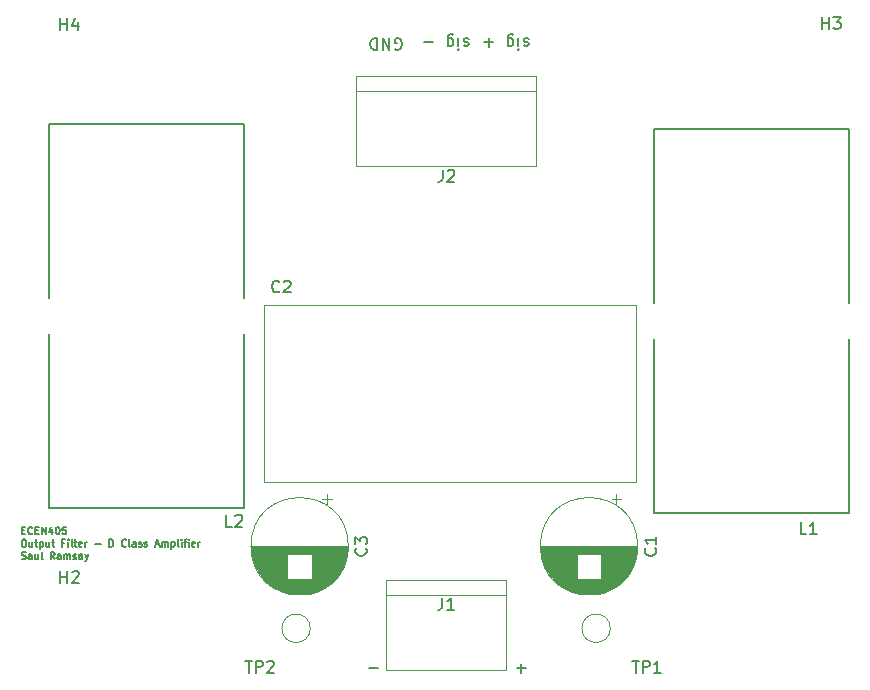
<source format=gto>
G04 #@! TF.GenerationSoftware,KiCad,Pcbnew,5.1.10*
G04 #@! TF.CreationDate,2021-08-16T10:49:45+12:00*
G04 #@! TF.ProjectId,Output,4f757470-7574-42e6-9b69-6361645f7063,rev?*
G04 #@! TF.SameCoordinates,Original*
G04 #@! TF.FileFunction,Legend,Top*
G04 #@! TF.FilePolarity,Positive*
%FSLAX46Y46*%
G04 Gerber Fmt 4.6, Leading zero omitted, Abs format (unit mm)*
G04 Created by KiCad (PCBNEW 5.1.10) date 2021-08-16 10:49:45*
%MOMM*%
%LPD*%
G01*
G04 APERTURE LIST*
%ADD10C,0.150000*%
%ADD11C,0.120000*%
%ADD12C,0.127000*%
%ADD13C,2.000000*%
%ADD14C,1.905000*%
%ADD15C,5.700000*%
%ADD16C,3.000000*%
%ADD17R,3.000000X3.000000*%
%ADD18C,1.600000*%
%ADD19R,1.600000X1.600000*%
G04 APERTURE END LIST*
D10*
X116490357Y-115407142D02*
X116690357Y-115407142D01*
X116776071Y-115721428D02*
X116490357Y-115721428D01*
X116490357Y-115121428D01*
X116776071Y-115121428D01*
X117376071Y-115664285D02*
X117347500Y-115692857D01*
X117261785Y-115721428D01*
X117204642Y-115721428D01*
X117118928Y-115692857D01*
X117061785Y-115635714D01*
X117033214Y-115578571D01*
X117004642Y-115464285D01*
X117004642Y-115378571D01*
X117033214Y-115264285D01*
X117061785Y-115207142D01*
X117118928Y-115150000D01*
X117204642Y-115121428D01*
X117261785Y-115121428D01*
X117347500Y-115150000D01*
X117376071Y-115178571D01*
X117633214Y-115407142D02*
X117833214Y-115407142D01*
X117918928Y-115721428D02*
X117633214Y-115721428D01*
X117633214Y-115121428D01*
X117918928Y-115121428D01*
X118176071Y-115721428D02*
X118176071Y-115121428D01*
X118518928Y-115721428D01*
X118518928Y-115121428D01*
X119061785Y-115321428D02*
X119061785Y-115721428D01*
X118918928Y-115092857D02*
X118776071Y-115521428D01*
X119147500Y-115521428D01*
X119490357Y-115121428D02*
X119547500Y-115121428D01*
X119604642Y-115150000D01*
X119633214Y-115178571D01*
X119661785Y-115235714D01*
X119690357Y-115350000D01*
X119690357Y-115492857D01*
X119661785Y-115607142D01*
X119633214Y-115664285D01*
X119604642Y-115692857D01*
X119547500Y-115721428D01*
X119490357Y-115721428D01*
X119433214Y-115692857D01*
X119404642Y-115664285D01*
X119376071Y-115607142D01*
X119347500Y-115492857D01*
X119347500Y-115350000D01*
X119376071Y-115235714D01*
X119404642Y-115178571D01*
X119433214Y-115150000D01*
X119490357Y-115121428D01*
X120233214Y-115121428D02*
X119947500Y-115121428D01*
X119918928Y-115407142D01*
X119947500Y-115378571D01*
X120004642Y-115350000D01*
X120147500Y-115350000D01*
X120204642Y-115378571D01*
X120233214Y-115407142D01*
X120261785Y-115464285D01*
X120261785Y-115607142D01*
X120233214Y-115664285D01*
X120204642Y-115692857D01*
X120147500Y-115721428D01*
X120004642Y-115721428D01*
X119947500Y-115692857D01*
X119918928Y-115664285D01*
X116604642Y-116171428D02*
X116718928Y-116171428D01*
X116776071Y-116200000D01*
X116833214Y-116257142D01*
X116861785Y-116371428D01*
X116861785Y-116571428D01*
X116833214Y-116685714D01*
X116776071Y-116742857D01*
X116718928Y-116771428D01*
X116604642Y-116771428D01*
X116547500Y-116742857D01*
X116490357Y-116685714D01*
X116461785Y-116571428D01*
X116461785Y-116371428D01*
X116490357Y-116257142D01*
X116547500Y-116200000D01*
X116604642Y-116171428D01*
X117376071Y-116371428D02*
X117376071Y-116771428D01*
X117118928Y-116371428D02*
X117118928Y-116685714D01*
X117147500Y-116742857D01*
X117204642Y-116771428D01*
X117290357Y-116771428D01*
X117347500Y-116742857D01*
X117376071Y-116714285D01*
X117576071Y-116371428D02*
X117804642Y-116371428D01*
X117661785Y-116171428D02*
X117661785Y-116685714D01*
X117690357Y-116742857D01*
X117747500Y-116771428D01*
X117804642Y-116771428D01*
X118004642Y-116371428D02*
X118004642Y-116971428D01*
X118004642Y-116400000D02*
X118061785Y-116371428D01*
X118176071Y-116371428D01*
X118233214Y-116400000D01*
X118261785Y-116428571D01*
X118290357Y-116485714D01*
X118290357Y-116657142D01*
X118261785Y-116714285D01*
X118233214Y-116742857D01*
X118176071Y-116771428D01*
X118061785Y-116771428D01*
X118004642Y-116742857D01*
X118804642Y-116371428D02*
X118804642Y-116771428D01*
X118547500Y-116371428D02*
X118547500Y-116685714D01*
X118576071Y-116742857D01*
X118633214Y-116771428D01*
X118718928Y-116771428D01*
X118776071Y-116742857D01*
X118804642Y-116714285D01*
X119004642Y-116371428D02*
X119233214Y-116371428D01*
X119090357Y-116171428D02*
X119090357Y-116685714D01*
X119118928Y-116742857D01*
X119176071Y-116771428D01*
X119233214Y-116771428D01*
X120090357Y-116457142D02*
X119890357Y-116457142D01*
X119890357Y-116771428D02*
X119890357Y-116171428D01*
X120176071Y-116171428D01*
X120404642Y-116771428D02*
X120404642Y-116371428D01*
X120404642Y-116171428D02*
X120376071Y-116200000D01*
X120404642Y-116228571D01*
X120433214Y-116200000D01*
X120404642Y-116171428D01*
X120404642Y-116228571D01*
X120776071Y-116771428D02*
X120718928Y-116742857D01*
X120690357Y-116685714D01*
X120690357Y-116171428D01*
X120918928Y-116371428D02*
X121147500Y-116371428D01*
X121004642Y-116171428D02*
X121004642Y-116685714D01*
X121033214Y-116742857D01*
X121090357Y-116771428D01*
X121147500Y-116771428D01*
X121576071Y-116742857D02*
X121518928Y-116771428D01*
X121404642Y-116771428D01*
X121347500Y-116742857D01*
X121318928Y-116685714D01*
X121318928Y-116457142D01*
X121347500Y-116400000D01*
X121404642Y-116371428D01*
X121518928Y-116371428D01*
X121576071Y-116400000D01*
X121604642Y-116457142D01*
X121604642Y-116514285D01*
X121318928Y-116571428D01*
X121861785Y-116771428D02*
X121861785Y-116371428D01*
X121861785Y-116485714D02*
X121890357Y-116428571D01*
X121918928Y-116400000D01*
X121976071Y-116371428D01*
X122033214Y-116371428D01*
X122690357Y-116542857D02*
X123147500Y-116542857D01*
X123890357Y-116771428D02*
X123890357Y-116171428D01*
X124033214Y-116171428D01*
X124118928Y-116200000D01*
X124176071Y-116257142D01*
X124204642Y-116314285D01*
X124233214Y-116428571D01*
X124233214Y-116514285D01*
X124204642Y-116628571D01*
X124176071Y-116685714D01*
X124118928Y-116742857D01*
X124033214Y-116771428D01*
X123890357Y-116771428D01*
X125290357Y-116714285D02*
X125261785Y-116742857D01*
X125176071Y-116771428D01*
X125118928Y-116771428D01*
X125033214Y-116742857D01*
X124976071Y-116685714D01*
X124947500Y-116628571D01*
X124918928Y-116514285D01*
X124918928Y-116428571D01*
X124947500Y-116314285D01*
X124976071Y-116257142D01*
X125033214Y-116200000D01*
X125118928Y-116171428D01*
X125176071Y-116171428D01*
X125261785Y-116200000D01*
X125290357Y-116228571D01*
X125633214Y-116771428D02*
X125576071Y-116742857D01*
X125547500Y-116685714D01*
X125547500Y-116171428D01*
X126118928Y-116771428D02*
X126118928Y-116457142D01*
X126090357Y-116400000D01*
X126033214Y-116371428D01*
X125918928Y-116371428D01*
X125861785Y-116400000D01*
X126118928Y-116742857D02*
X126061785Y-116771428D01*
X125918928Y-116771428D01*
X125861785Y-116742857D01*
X125833214Y-116685714D01*
X125833214Y-116628571D01*
X125861785Y-116571428D01*
X125918928Y-116542857D01*
X126061785Y-116542857D01*
X126118928Y-116514285D01*
X126376071Y-116742857D02*
X126433214Y-116771428D01*
X126547500Y-116771428D01*
X126604642Y-116742857D01*
X126633214Y-116685714D01*
X126633214Y-116657142D01*
X126604642Y-116600000D01*
X126547500Y-116571428D01*
X126461785Y-116571428D01*
X126404642Y-116542857D01*
X126376071Y-116485714D01*
X126376071Y-116457142D01*
X126404642Y-116400000D01*
X126461785Y-116371428D01*
X126547500Y-116371428D01*
X126604642Y-116400000D01*
X126861785Y-116742857D02*
X126918928Y-116771428D01*
X127033214Y-116771428D01*
X127090357Y-116742857D01*
X127118928Y-116685714D01*
X127118928Y-116657142D01*
X127090357Y-116600000D01*
X127033214Y-116571428D01*
X126947500Y-116571428D01*
X126890357Y-116542857D01*
X126861785Y-116485714D01*
X126861785Y-116457142D01*
X126890357Y-116400000D01*
X126947500Y-116371428D01*
X127033214Y-116371428D01*
X127090357Y-116400000D01*
X127804642Y-116600000D02*
X128090357Y-116600000D01*
X127747500Y-116771428D02*
X127947500Y-116171428D01*
X128147500Y-116771428D01*
X128347500Y-116771428D02*
X128347500Y-116371428D01*
X128347500Y-116428571D02*
X128376071Y-116400000D01*
X128433214Y-116371428D01*
X128518928Y-116371428D01*
X128576071Y-116400000D01*
X128604642Y-116457142D01*
X128604642Y-116771428D01*
X128604642Y-116457142D02*
X128633214Y-116400000D01*
X128690357Y-116371428D01*
X128776071Y-116371428D01*
X128833214Y-116400000D01*
X128861785Y-116457142D01*
X128861785Y-116771428D01*
X129147500Y-116371428D02*
X129147500Y-116971428D01*
X129147500Y-116400000D02*
X129204642Y-116371428D01*
X129318928Y-116371428D01*
X129376071Y-116400000D01*
X129404642Y-116428571D01*
X129433214Y-116485714D01*
X129433214Y-116657142D01*
X129404642Y-116714285D01*
X129376071Y-116742857D01*
X129318928Y-116771428D01*
X129204642Y-116771428D01*
X129147500Y-116742857D01*
X129776071Y-116771428D02*
X129718928Y-116742857D01*
X129690357Y-116685714D01*
X129690357Y-116171428D01*
X130004642Y-116771428D02*
X130004642Y-116371428D01*
X130004642Y-116171428D02*
X129976071Y-116200000D01*
X130004642Y-116228571D01*
X130033214Y-116200000D01*
X130004642Y-116171428D01*
X130004642Y-116228571D01*
X130204642Y-116371428D02*
X130433214Y-116371428D01*
X130290357Y-116771428D02*
X130290357Y-116257142D01*
X130318928Y-116200000D01*
X130376071Y-116171428D01*
X130433214Y-116171428D01*
X130633214Y-116771428D02*
X130633214Y-116371428D01*
X130633214Y-116171428D02*
X130604642Y-116200000D01*
X130633214Y-116228571D01*
X130661785Y-116200000D01*
X130633214Y-116171428D01*
X130633214Y-116228571D01*
X131147500Y-116742857D02*
X131090357Y-116771428D01*
X130976071Y-116771428D01*
X130918928Y-116742857D01*
X130890357Y-116685714D01*
X130890357Y-116457142D01*
X130918928Y-116400000D01*
X130976071Y-116371428D01*
X131090357Y-116371428D01*
X131147500Y-116400000D01*
X131176071Y-116457142D01*
X131176071Y-116514285D01*
X130890357Y-116571428D01*
X131433214Y-116771428D02*
X131433214Y-116371428D01*
X131433214Y-116485714D02*
X131461785Y-116428571D01*
X131490357Y-116400000D01*
X131547500Y-116371428D01*
X131604642Y-116371428D01*
X116461785Y-117792857D02*
X116547500Y-117821428D01*
X116690357Y-117821428D01*
X116747500Y-117792857D01*
X116776071Y-117764285D01*
X116804642Y-117707142D01*
X116804642Y-117650000D01*
X116776071Y-117592857D01*
X116747500Y-117564285D01*
X116690357Y-117535714D01*
X116576071Y-117507142D01*
X116518928Y-117478571D01*
X116490357Y-117450000D01*
X116461785Y-117392857D01*
X116461785Y-117335714D01*
X116490357Y-117278571D01*
X116518928Y-117250000D01*
X116576071Y-117221428D01*
X116718928Y-117221428D01*
X116804642Y-117250000D01*
X117318928Y-117821428D02*
X117318928Y-117507142D01*
X117290357Y-117450000D01*
X117233214Y-117421428D01*
X117118928Y-117421428D01*
X117061785Y-117450000D01*
X117318928Y-117792857D02*
X117261785Y-117821428D01*
X117118928Y-117821428D01*
X117061785Y-117792857D01*
X117033214Y-117735714D01*
X117033214Y-117678571D01*
X117061785Y-117621428D01*
X117118928Y-117592857D01*
X117261785Y-117592857D01*
X117318928Y-117564285D01*
X117861785Y-117421428D02*
X117861785Y-117821428D01*
X117604642Y-117421428D02*
X117604642Y-117735714D01*
X117633214Y-117792857D01*
X117690357Y-117821428D01*
X117776071Y-117821428D01*
X117833214Y-117792857D01*
X117861785Y-117764285D01*
X118233214Y-117821428D02*
X118176071Y-117792857D01*
X118147500Y-117735714D01*
X118147500Y-117221428D01*
X119261785Y-117821428D02*
X119061785Y-117535714D01*
X118918928Y-117821428D02*
X118918928Y-117221428D01*
X119147500Y-117221428D01*
X119204642Y-117250000D01*
X119233214Y-117278571D01*
X119261785Y-117335714D01*
X119261785Y-117421428D01*
X119233214Y-117478571D01*
X119204642Y-117507142D01*
X119147500Y-117535714D01*
X118918928Y-117535714D01*
X119776071Y-117821428D02*
X119776071Y-117507142D01*
X119747500Y-117450000D01*
X119690357Y-117421428D01*
X119576071Y-117421428D01*
X119518928Y-117450000D01*
X119776071Y-117792857D02*
X119718928Y-117821428D01*
X119576071Y-117821428D01*
X119518928Y-117792857D01*
X119490357Y-117735714D01*
X119490357Y-117678571D01*
X119518928Y-117621428D01*
X119576071Y-117592857D01*
X119718928Y-117592857D01*
X119776071Y-117564285D01*
X120061785Y-117821428D02*
X120061785Y-117421428D01*
X120061785Y-117478571D02*
X120090357Y-117450000D01*
X120147500Y-117421428D01*
X120233214Y-117421428D01*
X120290357Y-117450000D01*
X120318928Y-117507142D01*
X120318928Y-117821428D01*
X120318928Y-117507142D02*
X120347500Y-117450000D01*
X120404642Y-117421428D01*
X120490357Y-117421428D01*
X120547500Y-117450000D01*
X120576071Y-117507142D01*
X120576071Y-117821428D01*
X120833214Y-117792857D02*
X120890357Y-117821428D01*
X121004642Y-117821428D01*
X121061785Y-117792857D01*
X121090357Y-117735714D01*
X121090357Y-117707142D01*
X121061785Y-117650000D01*
X121004642Y-117621428D01*
X120918928Y-117621428D01*
X120861785Y-117592857D01*
X120833214Y-117535714D01*
X120833214Y-117507142D01*
X120861785Y-117450000D01*
X120918928Y-117421428D01*
X121004642Y-117421428D01*
X121061785Y-117450000D01*
X121604642Y-117821428D02*
X121604642Y-117507142D01*
X121576071Y-117450000D01*
X121518928Y-117421428D01*
X121404642Y-117421428D01*
X121347500Y-117450000D01*
X121604642Y-117792857D02*
X121547500Y-117821428D01*
X121404642Y-117821428D01*
X121347500Y-117792857D01*
X121318928Y-117735714D01*
X121318928Y-117678571D01*
X121347500Y-117621428D01*
X121404642Y-117592857D01*
X121547500Y-117592857D01*
X121604642Y-117564285D01*
X121833214Y-117421428D02*
X121976071Y-117821428D01*
X122118928Y-117421428D02*
X121976071Y-117821428D01*
X121918928Y-117964285D01*
X121890357Y-117992857D01*
X121833214Y-118021428D01*
X148081904Y-74668000D02*
X148177142Y-74715619D01*
X148320000Y-74715619D01*
X148462857Y-74668000D01*
X148558095Y-74572761D01*
X148605714Y-74477523D01*
X148653333Y-74287047D01*
X148653333Y-74144190D01*
X148605714Y-73953714D01*
X148558095Y-73858476D01*
X148462857Y-73763238D01*
X148320000Y-73715619D01*
X148224761Y-73715619D01*
X148081904Y-73763238D01*
X148034285Y-73810857D01*
X148034285Y-74144190D01*
X148224761Y-74144190D01*
X147605714Y-73715619D02*
X147605714Y-74715619D01*
X147034285Y-73715619D01*
X147034285Y-74715619D01*
X146558095Y-73715619D02*
X146558095Y-74715619D01*
X146320000Y-74715619D01*
X146177142Y-74668000D01*
X146081904Y-74572761D01*
X146034285Y-74477523D01*
X145986666Y-74287047D01*
X145986666Y-74144190D01*
X146034285Y-73953714D01*
X146081904Y-73858476D01*
X146177142Y-73763238D01*
X146320000Y-73715619D01*
X146558095Y-73715619D01*
X154304761Y-73763238D02*
X154209523Y-73715619D01*
X154019047Y-73715619D01*
X153923809Y-73763238D01*
X153876190Y-73858476D01*
X153876190Y-73906095D01*
X153923809Y-74001333D01*
X154019047Y-74048952D01*
X154161904Y-74048952D01*
X154257142Y-74096571D01*
X154304761Y-74191809D01*
X154304761Y-74239428D01*
X154257142Y-74334666D01*
X154161904Y-74382285D01*
X154019047Y-74382285D01*
X153923809Y-74334666D01*
X153447619Y-73715619D02*
X153447619Y-74382285D01*
X153447619Y-74715619D02*
X153495238Y-74668000D01*
X153447619Y-74620380D01*
X153400000Y-74668000D01*
X153447619Y-74715619D01*
X153447619Y-74620380D01*
X152542857Y-74382285D02*
X152542857Y-73572761D01*
X152590476Y-73477523D01*
X152638095Y-73429904D01*
X152733333Y-73382285D01*
X152876190Y-73382285D01*
X152971428Y-73429904D01*
X152542857Y-73763238D02*
X152638095Y-73715619D01*
X152828571Y-73715619D01*
X152923809Y-73763238D01*
X152971428Y-73810857D01*
X153019047Y-73906095D01*
X153019047Y-74191809D01*
X152971428Y-74287047D01*
X152923809Y-74334666D01*
X152828571Y-74382285D01*
X152638095Y-74382285D01*
X152542857Y-74334666D01*
X151304761Y-74096571D02*
X150542857Y-74096571D01*
X159384761Y-73763238D02*
X159289523Y-73715619D01*
X159099047Y-73715619D01*
X159003809Y-73763238D01*
X158956190Y-73858476D01*
X158956190Y-73906095D01*
X159003809Y-74001333D01*
X159099047Y-74048952D01*
X159241904Y-74048952D01*
X159337142Y-74096571D01*
X159384761Y-74191809D01*
X159384761Y-74239428D01*
X159337142Y-74334666D01*
X159241904Y-74382285D01*
X159099047Y-74382285D01*
X159003809Y-74334666D01*
X158527619Y-73715619D02*
X158527619Y-74382285D01*
X158527619Y-74715619D02*
X158575238Y-74668000D01*
X158527619Y-74620380D01*
X158480000Y-74668000D01*
X158527619Y-74715619D01*
X158527619Y-74620380D01*
X157622857Y-74382285D02*
X157622857Y-73572761D01*
X157670476Y-73477523D01*
X157718095Y-73429904D01*
X157813333Y-73382285D01*
X157956190Y-73382285D01*
X158051428Y-73429904D01*
X157622857Y-73763238D02*
X157718095Y-73715619D01*
X157908571Y-73715619D01*
X158003809Y-73763238D01*
X158051428Y-73810857D01*
X158099047Y-73906095D01*
X158099047Y-74191809D01*
X158051428Y-74287047D01*
X158003809Y-74334666D01*
X157908571Y-74382285D01*
X157718095Y-74382285D01*
X157622857Y-74334666D01*
X156384761Y-74096571D02*
X155622857Y-74096571D01*
X156003809Y-73715619D02*
X156003809Y-74477523D01*
X145869047Y-127047619D02*
X146630952Y-127047619D01*
X158369047Y-127071428D02*
X159130952Y-127071428D01*
X158750000Y-127452380D02*
X158750000Y-126690476D01*
D11*
X168450000Y-96300000D02*
X168450000Y-111300000D01*
X168450000Y-111300000D02*
X136950000Y-111300000D01*
X136950000Y-111300000D02*
X136950000Y-96300000D01*
X136950000Y-96300000D02*
X168450000Y-96300000D01*
D12*
X135255000Y-113538000D02*
X118745000Y-113538000D01*
X118745000Y-81026000D02*
X135255000Y-81026000D01*
X135255000Y-81026000D02*
X135255000Y-95758000D01*
X135255000Y-98806000D02*
X135255000Y-113538000D01*
X118745000Y-98806000D02*
X118745000Y-113538000D01*
X118745000Y-81026000D02*
X118745000Y-95758000D01*
X186505000Y-113906000D02*
X169995000Y-113906000D01*
X169995000Y-81394000D02*
X186505000Y-81394000D01*
X186505000Y-81394000D02*
X186505000Y-96126000D01*
X186505000Y-99174000D02*
X186505000Y-113906000D01*
X169995000Y-99174000D02*
X169995000Y-113906000D01*
X169995000Y-81394000D02*
X169995000Y-96126000D01*
D11*
X160020000Y-76962000D02*
X144780000Y-76962000D01*
X160020000Y-84582000D02*
X144780000Y-84582000D01*
X160020000Y-78232000D02*
X144780000Y-78232000D01*
X144780000Y-76962000D02*
X144780000Y-84582000D01*
X160020000Y-76962000D02*
X160020000Y-84582000D01*
X140900000Y-123698000D02*
G75*
G03*
X140900000Y-123698000I-1200000J0D01*
G01*
X166300000Y-123698000D02*
G75*
G03*
X166300000Y-123698000I-1200000J0D01*
G01*
X157480000Y-119634000D02*
X147320000Y-119634000D01*
X157480000Y-127254000D02*
X157480000Y-119634000D01*
X147320000Y-127254000D02*
X157480000Y-127254000D01*
X147320000Y-119634000D02*
X147320000Y-127254000D01*
X147320000Y-120904000D02*
X157480000Y-120904000D01*
X142715000Y-112740302D02*
X141915000Y-112740302D01*
X142315000Y-112340302D02*
X142315000Y-113140302D01*
X140533000Y-120831000D02*
X139467000Y-120831000D01*
X140768000Y-120791000D02*
X139232000Y-120791000D01*
X140948000Y-120751000D02*
X139052000Y-120751000D01*
X141098000Y-120711000D02*
X138902000Y-120711000D01*
X141229000Y-120671000D02*
X138771000Y-120671000D01*
X141346000Y-120631000D02*
X138654000Y-120631000D01*
X141453000Y-120591000D02*
X138547000Y-120591000D01*
X141552000Y-120551000D02*
X138448000Y-120551000D01*
X141645000Y-120511000D02*
X138355000Y-120511000D01*
X141731000Y-120471000D02*
X138269000Y-120471000D01*
X141813000Y-120431000D02*
X138187000Y-120431000D01*
X141890000Y-120391000D02*
X138110000Y-120391000D01*
X141964000Y-120351000D02*
X138036000Y-120351000D01*
X142034000Y-120311000D02*
X137966000Y-120311000D01*
X142102000Y-120271000D02*
X137898000Y-120271000D01*
X142166000Y-120231000D02*
X137834000Y-120231000D01*
X142228000Y-120191000D02*
X137772000Y-120191000D01*
X142287000Y-120151000D02*
X137713000Y-120151000D01*
X142345000Y-120111000D02*
X137655000Y-120111000D01*
X142400000Y-120071000D02*
X137600000Y-120071000D01*
X142454000Y-120031000D02*
X137546000Y-120031000D01*
X142505000Y-119991000D02*
X137495000Y-119991000D01*
X142556000Y-119951000D02*
X137444000Y-119951000D01*
X142604000Y-119911000D02*
X137396000Y-119911000D01*
X142651000Y-119871000D02*
X137349000Y-119871000D01*
X142697000Y-119831000D02*
X137303000Y-119831000D01*
X142741000Y-119791000D02*
X137259000Y-119791000D01*
X142784000Y-119751000D02*
X137216000Y-119751000D01*
X142826000Y-119711000D02*
X137174000Y-119711000D01*
X142867000Y-119671000D02*
X137133000Y-119671000D01*
X142907000Y-119631000D02*
X137093000Y-119631000D01*
X142945000Y-119591000D02*
X137055000Y-119591000D01*
X142983000Y-119551000D02*
X137017000Y-119551000D01*
X138960000Y-119511000D02*
X136981000Y-119511000D01*
X143019000Y-119511000D02*
X141040000Y-119511000D01*
X138960000Y-119471000D02*
X136945000Y-119471000D01*
X143055000Y-119471000D02*
X141040000Y-119471000D01*
X138960000Y-119431000D02*
X136910000Y-119431000D01*
X143090000Y-119431000D02*
X141040000Y-119431000D01*
X138960000Y-119391000D02*
X136876000Y-119391000D01*
X143124000Y-119391000D02*
X141040000Y-119391000D01*
X138960000Y-119351000D02*
X136844000Y-119351000D01*
X143156000Y-119351000D02*
X141040000Y-119351000D01*
X138960000Y-119311000D02*
X136811000Y-119311000D01*
X143189000Y-119311000D02*
X141040000Y-119311000D01*
X138960000Y-119271000D02*
X136780000Y-119271000D01*
X143220000Y-119271000D02*
X141040000Y-119271000D01*
X138960000Y-119231000D02*
X136750000Y-119231000D01*
X143250000Y-119231000D02*
X141040000Y-119231000D01*
X138960000Y-119191000D02*
X136720000Y-119191000D01*
X143280000Y-119191000D02*
X141040000Y-119191000D01*
X138960000Y-119151000D02*
X136691000Y-119151000D01*
X143309000Y-119151000D02*
X141040000Y-119151000D01*
X138960000Y-119111000D02*
X136662000Y-119111000D01*
X143338000Y-119111000D02*
X141040000Y-119111000D01*
X138960000Y-119071000D02*
X136635000Y-119071000D01*
X143365000Y-119071000D02*
X141040000Y-119071000D01*
X138960000Y-119031000D02*
X136608000Y-119031000D01*
X143392000Y-119031000D02*
X141040000Y-119031000D01*
X138960000Y-118991000D02*
X136582000Y-118991000D01*
X143418000Y-118991000D02*
X141040000Y-118991000D01*
X138960000Y-118951000D02*
X136556000Y-118951000D01*
X143444000Y-118951000D02*
X141040000Y-118951000D01*
X138960000Y-118911000D02*
X136531000Y-118911000D01*
X143469000Y-118911000D02*
X141040000Y-118911000D01*
X138960000Y-118871000D02*
X136507000Y-118871000D01*
X143493000Y-118871000D02*
X141040000Y-118871000D01*
X138960000Y-118831000D02*
X136483000Y-118831000D01*
X143517000Y-118831000D02*
X141040000Y-118831000D01*
X138960000Y-118791000D02*
X136460000Y-118791000D01*
X143540000Y-118791000D02*
X141040000Y-118791000D01*
X138960000Y-118751000D02*
X136438000Y-118751000D01*
X143562000Y-118751000D02*
X141040000Y-118751000D01*
X138960000Y-118711000D02*
X136416000Y-118711000D01*
X143584000Y-118711000D02*
X141040000Y-118711000D01*
X138960000Y-118671000D02*
X136394000Y-118671000D01*
X143606000Y-118671000D02*
X141040000Y-118671000D01*
X138960000Y-118631000D02*
X136373000Y-118631000D01*
X143627000Y-118631000D02*
X141040000Y-118631000D01*
X138960000Y-118591000D02*
X136353000Y-118591000D01*
X143647000Y-118591000D02*
X141040000Y-118591000D01*
X138960000Y-118551000D02*
X136334000Y-118551000D01*
X143666000Y-118551000D02*
X141040000Y-118551000D01*
X138960000Y-118511000D02*
X136314000Y-118511000D01*
X143686000Y-118511000D02*
X141040000Y-118511000D01*
X138960000Y-118471000D02*
X136296000Y-118471000D01*
X143704000Y-118471000D02*
X141040000Y-118471000D01*
X138960000Y-118431000D02*
X136278000Y-118431000D01*
X143722000Y-118431000D02*
X141040000Y-118431000D01*
X138960000Y-118391000D02*
X136260000Y-118391000D01*
X143740000Y-118391000D02*
X141040000Y-118391000D01*
X138960000Y-118351000D02*
X136243000Y-118351000D01*
X143757000Y-118351000D02*
X141040000Y-118351000D01*
X138960000Y-118311000D02*
X136226000Y-118311000D01*
X143774000Y-118311000D02*
X141040000Y-118311000D01*
X138960000Y-118271000D02*
X136210000Y-118271000D01*
X143790000Y-118271000D02*
X141040000Y-118271000D01*
X138960000Y-118231000D02*
X136195000Y-118231000D01*
X143805000Y-118231000D02*
X141040000Y-118231000D01*
X138960000Y-118191000D02*
X136179000Y-118191000D01*
X143821000Y-118191000D02*
X141040000Y-118191000D01*
X138960000Y-118151000D02*
X136165000Y-118151000D01*
X143835000Y-118151000D02*
X141040000Y-118151000D01*
X138960000Y-118111000D02*
X136150000Y-118111000D01*
X143850000Y-118111000D02*
X141040000Y-118111000D01*
X138960000Y-118071000D02*
X136137000Y-118071000D01*
X143863000Y-118071000D02*
X141040000Y-118071000D01*
X138960000Y-118031000D02*
X136123000Y-118031000D01*
X143877000Y-118031000D02*
X141040000Y-118031000D01*
X138960000Y-117991000D02*
X136111000Y-117991000D01*
X143889000Y-117991000D02*
X141040000Y-117991000D01*
X138960000Y-117951000D02*
X136098000Y-117951000D01*
X143902000Y-117951000D02*
X141040000Y-117951000D01*
X138960000Y-117911000D02*
X136086000Y-117911000D01*
X143914000Y-117911000D02*
X141040000Y-117911000D01*
X138960000Y-117871000D02*
X136075000Y-117871000D01*
X143925000Y-117871000D02*
X141040000Y-117871000D01*
X138960000Y-117831000D02*
X136064000Y-117831000D01*
X143936000Y-117831000D02*
X141040000Y-117831000D01*
X138960000Y-117791000D02*
X136053000Y-117791000D01*
X143947000Y-117791000D02*
X141040000Y-117791000D01*
X138960000Y-117751000D02*
X136043000Y-117751000D01*
X143957000Y-117751000D02*
X141040000Y-117751000D01*
X138960000Y-117711000D02*
X136033000Y-117711000D01*
X143967000Y-117711000D02*
X141040000Y-117711000D01*
X138960000Y-117671000D02*
X136024000Y-117671000D01*
X143976000Y-117671000D02*
X141040000Y-117671000D01*
X138960000Y-117631000D02*
X136015000Y-117631000D01*
X143985000Y-117631000D02*
X141040000Y-117631000D01*
X138960000Y-117591000D02*
X136006000Y-117591000D01*
X143994000Y-117591000D02*
X141040000Y-117591000D01*
X138960000Y-117551000D02*
X135998000Y-117551000D01*
X144002000Y-117551000D02*
X141040000Y-117551000D01*
X138960000Y-117511000D02*
X135990000Y-117511000D01*
X144010000Y-117511000D02*
X141040000Y-117511000D01*
X138960000Y-117471000D02*
X135983000Y-117471000D01*
X144017000Y-117471000D02*
X141040000Y-117471000D01*
X144024000Y-117430000D02*
X135976000Y-117430000D01*
X144030000Y-117390000D02*
X135970000Y-117390000D01*
X144037000Y-117350000D02*
X135963000Y-117350000D01*
X144042000Y-117310000D02*
X135958000Y-117310000D01*
X144048000Y-117270000D02*
X135952000Y-117270000D01*
X144052000Y-117230000D02*
X135948000Y-117230000D01*
X144057000Y-117190000D02*
X135943000Y-117190000D01*
X144061000Y-117150000D02*
X135939000Y-117150000D01*
X144065000Y-117110000D02*
X135935000Y-117110000D01*
X144068000Y-117070000D02*
X135932000Y-117070000D01*
X144071000Y-117030000D02*
X135929000Y-117030000D01*
X144074000Y-116990000D02*
X135926000Y-116990000D01*
X144076000Y-116950000D02*
X135924000Y-116950000D01*
X144077000Y-116910000D02*
X135923000Y-116910000D01*
X144079000Y-116870000D02*
X135921000Y-116870000D01*
X144080000Y-116830000D02*
X135920000Y-116830000D01*
X144080000Y-116790000D02*
X135920000Y-116790000D01*
X144080000Y-116750000D02*
X135920000Y-116750000D01*
X144120000Y-116750000D02*
G75*
G03*
X144120000Y-116750000I-4120000J0D01*
G01*
X167215000Y-112740302D02*
X166415000Y-112740302D01*
X166815000Y-112340302D02*
X166815000Y-113140302D01*
X165033000Y-120831000D02*
X163967000Y-120831000D01*
X165268000Y-120791000D02*
X163732000Y-120791000D01*
X165448000Y-120751000D02*
X163552000Y-120751000D01*
X165598000Y-120711000D02*
X163402000Y-120711000D01*
X165729000Y-120671000D02*
X163271000Y-120671000D01*
X165846000Y-120631000D02*
X163154000Y-120631000D01*
X165953000Y-120591000D02*
X163047000Y-120591000D01*
X166052000Y-120551000D02*
X162948000Y-120551000D01*
X166145000Y-120511000D02*
X162855000Y-120511000D01*
X166231000Y-120471000D02*
X162769000Y-120471000D01*
X166313000Y-120431000D02*
X162687000Y-120431000D01*
X166390000Y-120391000D02*
X162610000Y-120391000D01*
X166464000Y-120351000D02*
X162536000Y-120351000D01*
X166534000Y-120311000D02*
X162466000Y-120311000D01*
X166602000Y-120271000D02*
X162398000Y-120271000D01*
X166666000Y-120231000D02*
X162334000Y-120231000D01*
X166728000Y-120191000D02*
X162272000Y-120191000D01*
X166787000Y-120151000D02*
X162213000Y-120151000D01*
X166845000Y-120111000D02*
X162155000Y-120111000D01*
X166900000Y-120071000D02*
X162100000Y-120071000D01*
X166954000Y-120031000D02*
X162046000Y-120031000D01*
X167005000Y-119991000D02*
X161995000Y-119991000D01*
X167056000Y-119951000D02*
X161944000Y-119951000D01*
X167104000Y-119911000D02*
X161896000Y-119911000D01*
X167151000Y-119871000D02*
X161849000Y-119871000D01*
X167197000Y-119831000D02*
X161803000Y-119831000D01*
X167241000Y-119791000D02*
X161759000Y-119791000D01*
X167284000Y-119751000D02*
X161716000Y-119751000D01*
X167326000Y-119711000D02*
X161674000Y-119711000D01*
X167367000Y-119671000D02*
X161633000Y-119671000D01*
X167407000Y-119631000D02*
X161593000Y-119631000D01*
X167445000Y-119591000D02*
X161555000Y-119591000D01*
X167483000Y-119551000D02*
X161517000Y-119551000D01*
X163460000Y-119511000D02*
X161481000Y-119511000D01*
X167519000Y-119511000D02*
X165540000Y-119511000D01*
X163460000Y-119471000D02*
X161445000Y-119471000D01*
X167555000Y-119471000D02*
X165540000Y-119471000D01*
X163460000Y-119431000D02*
X161410000Y-119431000D01*
X167590000Y-119431000D02*
X165540000Y-119431000D01*
X163460000Y-119391000D02*
X161376000Y-119391000D01*
X167624000Y-119391000D02*
X165540000Y-119391000D01*
X163460000Y-119351000D02*
X161344000Y-119351000D01*
X167656000Y-119351000D02*
X165540000Y-119351000D01*
X163460000Y-119311000D02*
X161311000Y-119311000D01*
X167689000Y-119311000D02*
X165540000Y-119311000D01*
X163460000Y-119271000D02*
X161280000Y-119271000D01*
X167720000Y-119271000D02*
X165540000Y-119271000D01*
X163460000Y-119231000D02*
X161250000Y-119231000D01*
X167750000Y-119231000D02*
X165540000Y-119231000D01*
X163460000Y-119191000D02*
X161220000Y-119191000D01*
X167780000Y-119191000D02*
X165540000Y-119191000D01*
X163460000Y-119151000D02*
X161191000Y-119151000D01*
X167809000Y-119151000D02*
X165540000Y-119151000D01*
X163460000Y-119111000D02*
X161162000Y-119111000D01*
X167838000Y-119111000D02*
X165540000Y-119111000D01*
X163460000Y-119071000D02*
X161135000Y-119071000D01*
X167865000Y-119071000D02*
X165540000Y-119071000D01*
X163460000Y-119031000D02*
X161108000Y-119031000D01*
X167892000Y-119031000D02*
X165540000Y-119031000D01*
X163460000Y-118991000D02*
X161082000Y-118991000D01*
X167918000Y-118991000D02*
X165540000Y-118991000D01*
X163460000Y-118951000D02*
X161056000Y-118951000D01*
X167944000Y-118951000D02*
X165540000Y-118951000D01*
X163460000Y-118911000D02*
X161031000Y-118911000D01*
X167969000Y-118911000D02*
X165540000Y-118911000D01*
X163460000Y-118871000D02*
X161007000Y-118871000D01*
X167993000Y-118871000D02*
X165540000Y-118871000D01*
X163460000Y-118831000D02*
X160983000Y-118831000D01*
X168017000Y-118831000D02*
X165540000Y-118831000D01*
X163460000Y-118791000D02*
X160960000Y-118791000D01*
X168040000Y-118791000D02*
X165540000Y-118791000D01*
X163460000Y-118751000D02*
X160938000Y-118751000D01*
X168062000Y-118751000D02*
X165540000Y-118751000D01*
X163460000Y-118711000D02*
X160916000Y-118711000D01*
X168084000Y-118711000D02*
X165540000Y-118711000D01*
X163460000Y-118671000D02*
X160894000Y-118671000D01*
X168106000Y-118671000D02*
X165540000Y-118671000D01*
X163460000Y-118631000D02*
X160873000Y-118631000D01*
X168127000Y-118631000D02*
X165540000Y-118631000D01*
X163460000Y-118591000D02*
X160853000Y-118591000D01*
X168147000Y-118591000D02*
X165540000Y-118591000D01*
X163460000Y-118551000D02*
X160834000Y-118551000D01*
X168166000Y-118551000D02*
X165540000Y-118551000D01*
X163460000Y-118511000D02*
X160814000Y-118511000D01*
X168186000Y-118511000D02*
X165540000Y-118511000D01*
X163460000Y-118471000D02*
X160796000Y-118471000D01*
X168204000Y-118471000D02*
X165540000Y-118471000D01*
X163460000Y-118431000D02*
X160778000Y-118431000D01*
X168222000Y-118431000D02*
X165540000Y-118431000D01*
X163460000Y-118391000D02*
X160760000Y-118391000D01*
X168240000Y-118391000D02*
X165540000Y-118391000D01*
X163460000Y-118351000D02*
X160743000Y-118351000D01*
X168257000Y-118351000D02*
X165540000Y-118351000D01*
X163460000Y-118311000D02*
X160726000Y-118311000D01*
X168274000Y-118311000D02*
X165540000Y-118311000D01*
X163460000Y-118271000D02*
X160710000Y-118271000D01*
X168290000Y-118271000D02*
X165540000Y-118271000D01*
X163460000Y-118231000D02*
X160695000Y-118231000D01*
X168305000Y-118231000D02*
X165540000Y-118231000D01*
X163460000Y-118191000D02*
X160679000Y-118191000D01*
X168321000Y-118191000D02*
X165540000Y-118191000D01*
X163460000Y-118151000D02*
X160665000Y-118151000D01*
X168335000Y-118151000D02*
X165540000Y-118151000D01*
X163460000Y-118111000D02*
X160650000Y-118111000D01*
X168350000Y-118111000D02*
X165540000Y-118111000D01*
X163460000Y-118071000D02*
X160637000Y-118071000D01*
X168363000Y-118071000D02*
X165540000Y-118071000D01*
X163460000Y-118031000D02*
X160623000Y-118031000D01*
X168377000Y-118031000D02*
X165540000Y-118031000D01*
X163460000Y-117991000D02*
X160611000Y-117991000D01*
X168389000Y-117991000D02*
X165540000Y-117991000D01*
X163460000Y-117951000D02*
X160598000Y-117951000D01*
X168402000Y-117951000D02*
X165540000Y-117951000D01*
X163460000Y-117911000D02*
X160586000Y-117911000D01*
X168414000Y-117911000D02*
X165540000Y-117911000D01*
X163460000Y-117871000D02*
X160575000Y-117871000D01*
X168425000Y-117871000D02*
X165540000Y-117871000D01*
X163460000Y-117831000D02*
X160564000Y-117831000D01*
X168436000Y-117831000D02*
X165540000Y-117831000D01*
X163460000Y-117791000D02*
X160553000Y-117791000D01*
X168447000Y-117791000D02*
X165540000Y-117791000D01*
X163460000Y-117751000D02*
X160543000Y-117751000D01*
X168457000Y-117751000D02*
X165540000Y-117751000D01*
X163460000Y-117711000D02*
X160533000Y-117711000D01*
X168467000Y-117711000D02*
X165540000Y-117711000D01*
X163460000Y-117671000D02*
X160524000Y-117671000D01*
X168476000Y-117671000D02*
X165540000Y-117671000D01*
X163460000Y-117631000D02*
X160515000Y-117631000D01*
X168485000Y-117631000D02*
X165540000Y-117631000D01*
X163460000Y-117591000D02*
X160506000Y-117591000D01*
X168494000Y-117591000D02*
X165540000Y-117591000D01*
X163460000Y-117551000D02*
X160498000Y-117551000D01*
X168502000Y-117551000D02*
X165540000Y-117551000D01*
X163460000Y-117511000D02*
X160490000Y-117511000D01*
X168510000Y-117511000D02*
X165540000Y-117511000D01*
X163460000Y-117471000D02*
X160483000Y-117471000D01*
X168517000Y-117471000D02*
X165540000Y-117471000D01*
X168524000Y-117430000D02*
X160476000Y-117430000D01*
X168530000Y-117390000D02*
X160470000Y-117390000D01*
X168537000Y-117350000D02*
X160463000Y-117350000D01*
X168542000Y-117310000D02*
X160458000Y-117310000D01*
X168548000Y-117270000D02*
X160452000Y-117270000D01*
X168552000Y-117230000D02*
X160448000Y-117230000D01*
X168557000Y-117190000D02*
X160443000Y-117190000D01*
X168561000Y-117150000D02*
X160439000Y-117150000D01*
X168565000Y-117110000D02*
X160435000Y-117110000D01*
X168568000Y-117070000D02*
X160432000Y-117070000D01*
X168571000Y-117030000D02*
X160429000Y-117030000D01*
X168574000Y-116990000D02*
X160426000Y-116990000D01*
X168576000Y-116950000D02*
X160424000Y-116950000D01*
X168577000Y-116910000D02*
X160423000Y-116910000D01*
X168579000Y-116870000D02*
X160421000Y-116870000D01*
X168580000Y-116830000D02*
X160420000Y-116830000D01*
X168580000Y-116790000D02*
X160420000Y-116790000D01*
X168580000Y-116750000D02*
X160420000Y-116750000D01*
X168620000Y-116750000D02*
G75*
G03*
X168620000Y-116750000I-4120000J0D01*
G01*
D10*
X138283333Y-95157142D02*
X138235714Y-95204761D01*
X138092857Y-95252380D01*
X137997619Y-95252380D01*
X137854761Y-95204761D01*
X137759523Y-95109523D01*
X137711904Y-95014285D01*
X137664285Y-94823809D01*
X137664285Y-94680952D01*
X137711904Y-94490476D01*
X137759523Y-94395238D01*
X137854761Y-94300000D01*
X137997619Y-94252380D01*
X138092857Y-94252380D01*
X138235714Y-94300000D01*
X138283333Y-94347619D01*
X138664285Y-94347619D02*
X138711904Y-94300000D01*
X138807142Y-94252380D01*
X139045238Y-94252380D01*
X139140476Y-94300000D01*
X139188095Y-94347619D01*
X139235714Y-94442857D01*
X139235714Y-94538095D01*
X139188095Y-94680952D01*
X138616666Y-95252380D01*
X139235714Y-95252380D01*
X134283333Y-115084380D02*
X133807142Y-115084380D01*
X133807142Y-114084380D01*
X134569047Y-114179619D02*
X134616666Y-114132000D01*
X134711904Y-114084380D01*
X134950000Y-114084380D01*
X135045238Y-114132000D01*
X135092857Y-114179619D01*
X135140476Y-114274857D01*
X135140476Y-114370095D01*
X135092857Y-114512952D01*
X134521428Y-115084380D01*
X135140476Y-115084380D01*
X182908333Y-115737380D02*
X182432142Y-115737380D01*
X182432142Y-114737380D01*
X183765476Y-115737380D02*
X183194047Y-115737380D01*
X183479761Y-115737380D02*
X183479761Y-114737380D01*
X183384523Y-114880238D01*
X183289285Y-114975476D01*
X183194047Y-115023095D01*
X119738095Y-73042380D02*
X119738095Y-72042380D01*
X119738095Y-72518571D02*
X120309523Y-72518571D01*
X120309523Y-73042380D02*
X120309523Y-72042380D01*
X121214285Y-72375714D02*
X121214285Y-73042380D01*
X120976190Y-71994761D02*
X120738095Y-72709047D01*
X121357142Y-72709047D01*
X152096666Y-84874380D02*
X152096666Y-85588666D01*
X152049047Y-85731523D01*
X151953809Y-85826761D01*
X151810952Y-85874380D01*
X151715714Y-85874380D01*
X152525238Y-84969619D02*
X152572857Y-84922000D01*
X152668095Y-84874380D01*
X152906190Y-84874380D01*
X153001428Y-84922000D01*
X153049047Y-84969619D01*
X153096666Y-85064857D01*
X153096666Y-85160095D01*
X153049047Y-85302952D01*
X152477619Y-85874380D01*
X153096666Y-85874380D01*
X184238095Y-72952380D02*
X184238095Y-71952380D01*
X184238095Y-72428571D02*
X184809523Y-72428571D01*
X184809523Y-72952380D02*
X184809523Y-71952380D01*
X185190476Y-71952380D02*
X185809523Y-71952380D01*
X185476190Y-72333333D01*
X185619047Y-72333333D01*
X185714285Y-72380952D01*
X185761904Y-72428571D01*
X185809523Y-72523809D01*
X185809523Y-72761904D01*
X185761904Y-72857142D01*
X185714285Y-72904761D01*
X185619047Y-72952380D01*
X185333333Y-72952380D01*
X185238095Y-72904761D01*
X185190476Y-72857142D01*
X135390095Y-126452380D02*
X135961523Y-126452380D01*
X135675809Y-127452380D02*
X135675809Y-126452380D01*
X136294857Y-127452380D02*
X136294857Y-126452380D01*
X136675809Y-126452380D01*
X136771047Y-126500000D01*
X136818666Y-126547619D01*
X136866285Y-126642857D01*
X136866285Y-126785714D01*
X136818666Y-126880952D01*
X136771047Y-126928571D01*
X136675809Y-126976190D01*
X136294857Y-126976190D01*
X137247238Y-126547619D02*
X137294857Y-126500000D01*
X137390095Y-126452380D01*
X137628190Y-126452380D01*
X137723428Y-126500000D01*
X137771047Y-126547619D01*
X137818666Y-126642857D01*
X137818666Y-126738095D01*
X137771047Y-126880952D01*
X137199619Y-127452380D01*
X137818666Y-127452380D01*
X168156095Y-126452380D02*
X168727523Y-126452380D01*
X168441809Y-127452380D02*
X168441809Y-126452380D01*
X169060857Y-127452380D02*
X169060857Y-126452380D01*
X169441809Y-126452380D01*
X169537047Y-126500000D01*
X169584666Y-126547619D01*
X169632285Y-126642857D01*
X169632285Y-126785714D01*
X169584666Y-126880952D01*
X169537047Y-126928571D01*
X169441809Y-126976190D01*
X169060857Y-126976190D01*
X170584666Y-127452380D02*
X170013238Y-127452380D01*
X170298952Y-127452380D02*
X170298952Y-126452380D01*
X170203714Y-126595238D01*
X170108476Y-126690476D01*
X170013238Y-126738095D01*
X152066666Y-121118380D02*
X152066666Y-121832666D01*
X152019047Y-121975523D01*
X151923809Y-122070761D01*
X151780952Y-122118380D01*
X151685714Y-122118380D01*
X153066666Y-122118380D02*
X152495238Y-122118380D01*
X152780952Y-122118380D02*
X152780952Y-121118380D01*
X152685714Y-121261238D01*
X152590476Y-121356476D01*
X152495238Y-121404095D01*
X119738095Y-119842380D02*
X119738095Y-118842380D01*
X119738095Y-119318571D02*
X120309523Y-119318571D01*
X120309523Y-119842380D02*
X120309523Y-118842380D01*
X120738095Y-118937619D02*
X120785714Y-118890000D01*
X120880952Y-118842380D01*
X121119047Y-118842380D01*
X121214285Y-118890000D01*
X121261904Y-118937619D01*
X121309523Y-119032857D01*
X121309523Y-119128095D01*
X121261904Y-119270952D01*
X120690476Y-119842380D01*
X121309523Y-119842380D01*
X145607142Y-116916666D02*
X145654761Y-116964285D01*
X145702380Y-117107142D01*
X145702380Y-117202380D01*
X145654761Y-117345238D01*
X145559523Y-117440476D01*
X145464285Y-117488095D01*
X145273809Y-117535714D01*
X145130952Y-117535714D01*
X144940476Y-117488095D01*
X144845238Y-117440476D01*
X144750000Y-117345238D01*
X144702380Y-117202380D01*
X144702380Y-117107142D01*
X144750000Y-116964285D01*
X144797619Y-116916666D01*
X144702380Y-116583333D02*
X144702380Y-115964285D01*
X145083333Y-116297619D01*
X145083333Y-116154761D01*
X145130952Y-116059523D01*
X145178571Y-116011904D01*
X145273809Y-115964285D01*
X145511904Y-115964285D01*
X145607142Y-116011904D01*
X145654761Y-116059523D01*
X145702380Y-116154761D01*
X145702380Y-116440476D01*
X145654761Y-116535714D01*
X145607142Y-116583333D01*
X170107142Y-116916666D02*
X170154761Y-116964285D01*
X170202380Y-117107142D01*
X170202380Y-117202380D01*
X170154761Y-117345238D01*
X170059523Y-117440476D01*
X169964285Y-117488095D01*
X169773809Y-117535714D01*
X169630952Y-117535714D01*
X169440476Y-117488095D01*
X169345238Y-117440476D01*
X169250000Y-117345238D01*
X169202380Y-117202380D01*
X169202380Y-117107142D01*
X169250000Y-116964285D01*
X169297619Y-116916666D01*
X170202380Y-115964285D02*
X170202380Y-116535714D01*
X170202380Y-116250000D02*
X169202380Y-116250000D01*
X169345238Y-116345238D01*
X169440476Y-116440476D01*
X169488095Y-116535714D01*
%LPC*%
D13*
X166450000Y-103800000D03*
X138950000Y-103800000D03*
D14*
X119888000Y-97282000D03*
X134112000Y-97282000D03*
X171138000Y-97650000D03*
X185362000Y-97650000D03*
D15*
X120500000Y-76440000D03*
D16*
X147320000Y-80772000D03*
X152400000Y-80772000D03*
D17*
X157480000Y-80772000D03*
D15*
X185000000Y-76350000D03*
D13*
X139700000Y-123698000D03*
X165100000Y-123698000D03*
D16*
X149860000Y-123444000D03*
D17*
X154940000Y-123444000D03*
D15*
X120500000Y-123240000D03*
X185000000Y-123290000D03*
D18*
X140000000Y-118500000D03*
D19*
X140000000Y-115000000D03*
D18*
X164500000Y-118500000D03*
D19*
X164500000Y-115000000D03*
M02*

</source>
